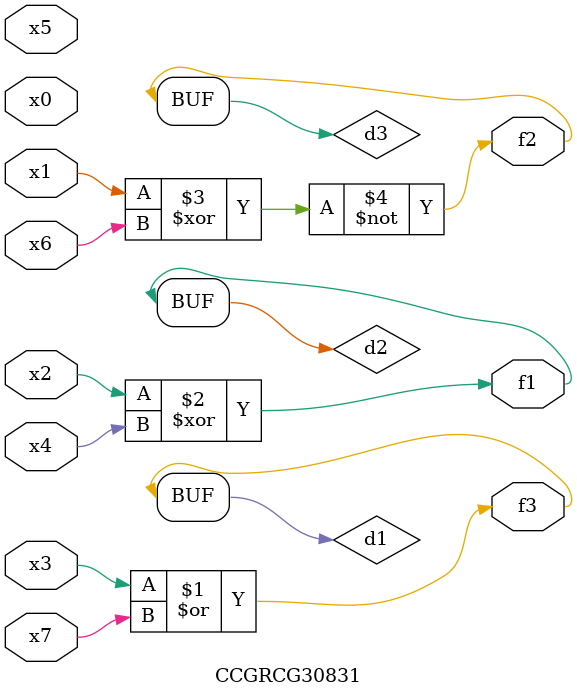
<source format=v>
module CCGRCG30831(
	input x0, x1, x2, x3, x4, x5, x6, x7,
	output f1, f2, f3
);

	wire d1, d2, d3;

	or (d1, x3, x7);
	xor (d2, x2, x4);
	xnor (d3, x1, x6);
	assign f1 = d2;
	assign f2 = d3;
	assign f3 = d1;
endmodule

</source>
